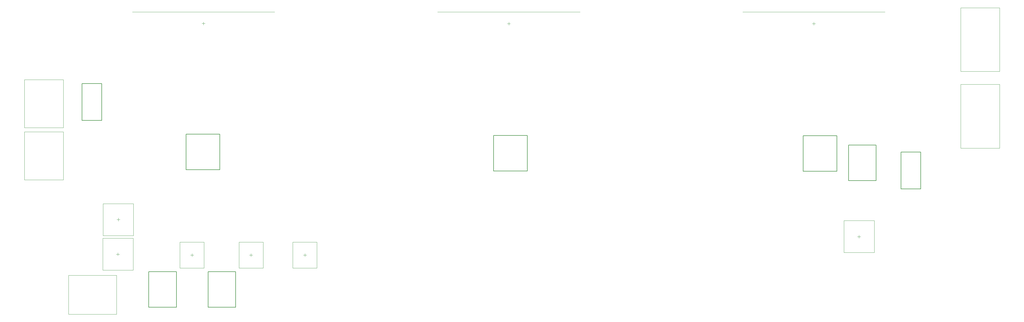
<source format=gbr>
%TF.GenerationSoftware,Altium Limited,Altium Designer,26.1.1 (7)*%
G04 Layer_Color=16711935*
%FSLAX43Y43*%
%MOMM*%
%TF.SameCoordinates,F910D8A4-5627-44EB-A571-6FFAAA827985*%
%TF.FilePolarity,Positive*%
%TF.FileFunction,Other,Top_Courtyard*%
%TF.Part,Single*%
G01*
G75*
%TA.AperFunction,NonConductor*%
%ADD96C,0.200*%
%ADD117C,0.050*%
D96*
X20450Y63630D02*
Y75680D01*
X26900D01*
Y63630D02*
Y75680D01*
X20450Y63630D02*
X26900D01*
X61575Y2700D02*
Y14300D01*
X70575D01*
Y2700D02*
Y14300D01*
X61575Y2700D02*
X70575D01*
X54386Y47551D02*
X65386D01*
Y59151D01*
X54386D02*
X65386D01*
X54386Y47551D02*
Y59151D01*
X255677Y47054D02*
X266677D01*
Y58654D01*
X255677D02*
X266677D01*
X255677Y47054D02*
Y58654D01*
X287636Y41283D02*
Y53333D01*
X294086D01*
Y41283D02*
Y53333D01*
X287636Y41283D02*
X294086D01*
X154683Y47161D02*
Y58761D01*
X165683D01*
Y47161D02*
Y58761D01*
X154683Y47161D02*
X165683D01*
X270500Y43969D02*
Y55569D01*
X279500D01*
Y43969D02*
Y55569D01*
X270500Y43969D02*
X279500D01*
X42200Y2700D02*
Y14300D01*
X51200D01*
Y2700D02*
Y14300D01*
X42200Y2700D02*
X51200D01*
D117*
X31750Y31275D02*
X32750D01*
X32250Y30775D02*
Y31775D01*
X37200Y26075D02*
Y36475D01*
X27300Y26075D02*
X37200D01*
X27300D02*
Y36475D01*
X37200D01*
X31625Y19986D02*
X32625D01*
X32125Y19486D02*
Y20486D01*
X37075Y14786D02*
Y25186D01*
X27175Y14786D02*
X37075D01*
X27175D02*
Y25186D01*
X37075D01*
X15995Y375D02*
Y13075D01*
Y375D02*
X31705D01*
Y13075D01*
X15995D02*
X31705D01*
X1650Y59934D02*
X14350D01*
X1650Y44224D02*
Y59934D01*
Y44224D02*
X14350D01*
Y59934D01*
X1650Y76934D02*
X14350D01*
X1650Y61224D02*
Y76934D01*
Y61224D02*
X14350D01*
Y76934D01*
X59571Y95259D02*
X60571D01*
X60071Y94759D02*
Y95759D01*
X36861Y99054D02*
X83281D01*
X159164Y95240D02*
X160164D01*
X159664Y94740D02*
Y95740D01*
X136454Y99035D02*
X182874D01*
X235972D02*
X282392D01*
X259182Y94740D02*
Y95740D01*
X258682Y95240D02*
X259682D01*
X307125Y54605D02*
Y75395D01*
X319825D01*
Y54605D02*
Y75395D01*
X307125Y54605D02*
X319825D01*
X307125Y79605D02*
Y100395D01*
X319825D01*
Y79605D02*
Y100395D01*
X307125Y79605D02*
X319825D01*
X75575Y19200D02*
Y20200D01*
X75075Y19700D02*
X76075D01*
X71625Y15500D02*
X79525D01*
Y23900D01*
X71625D02*
X79525D01*
X71625Y15500D02*
Y23900D01*
X273425Y25725D02*
X274425D01*
X273925Y25225D02*
Y26225D01*
X268975Y20525D02*
Y30925D01*
X278875D01*
Y20525D02*
Y30925D01*
X268975Y20525D02*
X278875D01*
X89175Y15500D02*
Y23900D01*
X97075D01*
Y15500D02*
Y23900D01*
X89175Y15500D02*
X97075D01*
X92625Y19700D02*
X93625D01*
X93125Y19200D02*
Y20200D01*
X52350Y15500D02*
Y23900D01*
X60250D01*
Y15500D02*
Y23900D01*
X52350Y15500D02*
X60250D01*
X55800Y19700D02*
X56800D01*
X56300Y19200D02*
Y20200D01*
%TF.MD5,690ef2382d69d1fa1e79e19d13f00f64*%
M02*

</source>
